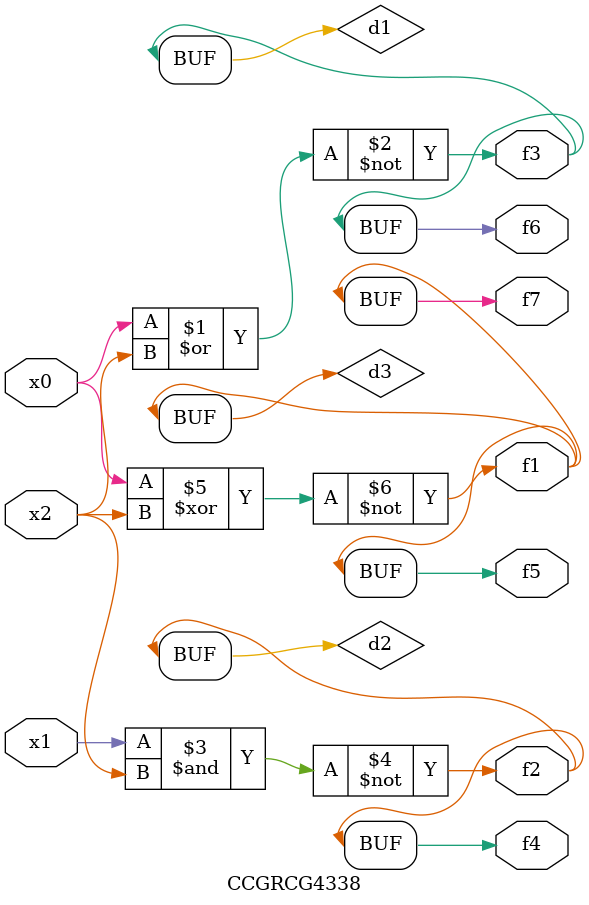
<source format=v>
module CCGRCG4338(
	input x0, x1, x2,
	output f1, f2, f3, f4, f5, f6, f7
);

	wire d1, d2, d3;

	nor (d1, x0, x2);
	nand (d2, x1, x2);
	xnor (d3, x0, x2);
	assign f1 = d3;
	assign f2 = d2;
	assign f3 = d1;
	assign f4 = d2;
	assign f5 = d3;
	assign f6 = d1;
	assign f7 = d3;
endmodule

</source>
